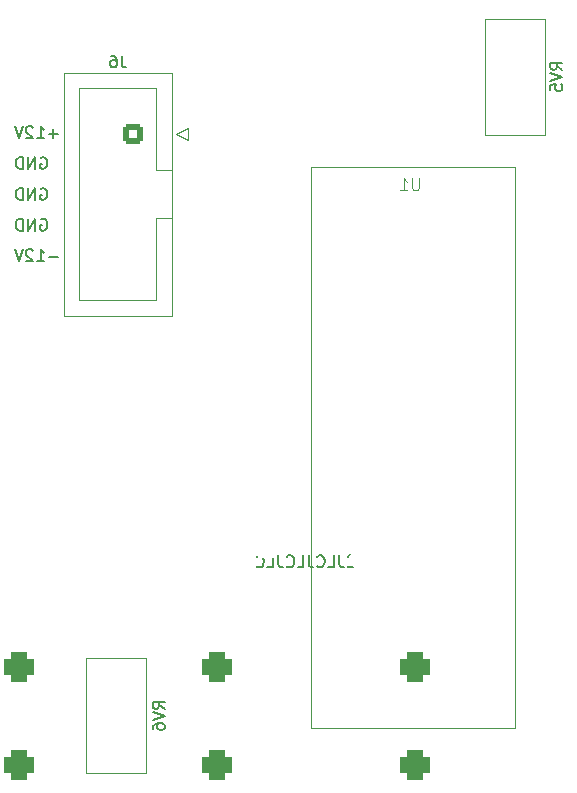
<source format=gbo>
G04 #@! TF.GenerationSoftware,KiCad,Pcbnew,7.0.7*
G04 #@! TF.CreationDate,2025-10-31T21:12:30+08:00*
G04 #@! TF.ProjectId,3340_VCO,33333430-5f56-4434-9f2e-6b696361645f,rev?*
G04 #@! TF.SameCoordinates,Original*
G04 #@! TF.FileFunction,Legend,Bot*
G04 #@! TF.FilePolarity,Positive*
%FSLAX46Y46*%
G04 Gerber Fmt 4.6, Leading zero omitted, Abs format (unit mm)*
G04 Created by KiCad (PCBNEW 7.0.7) date 2025-10-31 21:12:30*
%MOMM*%
%LPD*%
G01*
G04 APERTURE LIST*
G04 Aperture macros list*
%AMRoundRect*
0 Rectangle with rounded corners*
0 $1 Rounding radius*
0 $2 $3 $4 $5 $6 $7 $8 $9 X,Y pos of 4 corners*
0 Add a 4 corners polygon primitive as box body*
4,1,4,$2,$3,$4,$5,$6,$7,$8,$9,$2,$3,0*
0 Add four circle primitives for the rounded corners*
1,1,$1+$1,$2,$3*
1,1,$1+$1,$4,$5*
1,1,$1+$1,$6,$7*
1,1,$1+$1,$8,$9*
0 Add four rect primitives between the rounded corners*
20,1,$1+$1,$2,$3,$4,$5,0*
20,1,$1+$1,$4,$5,$6,$7,0*
20,1,$1+$1,$6,$7,$8,$9,0*
20,1,$1+$1,$8,$9,$2,$3,0*%
G04 Aperture macros list end*
%ADD10C,0.150000*%
%ADD11C,0.100000*%
%ADD12C,0.120000*%
%ADD13O,3.100000X2.300000*%
%ADD14RoundRect,0.650000X-0.650000X-0.650000X0.650000X-0.650000X0.650000X0.650000X-0.650000X0.650000X0*%
%ADD15C,2.600000*%
%ADD16R,1.750000X1.750000*%
%ADD17C,1.750000*%
%ADD18C,2.700000*%
%ADD19C,1.440000*%
%ADD20R,1.700000X1.700000*%
%ADD21C,1.700000*%
%ADD22RoundRect,0.250000X0.600000X0.600000X-0.600000X0.600000X-0.600000X-0.600000X0.600000X-0.600000X0*%
G04 APERTURE END LIST*
D10*
X76673030Y-80006938D02*
X76768268Y-79959319D01*
X76768268Y-79959319D02*
X76911125Y-79959319D01*
X76911125Y-79959319D02*
X77053982Y-80006938D01*
X77053982Y-80006938D02*
X77149220Y-80102176D01*
X77149220Y-80102176D02*
X77196839Y-80197414D01*
X77196839Y-80197414D02*
X77244458Y-80387890D01*
X77244458Y-80387890D02*
X77244458Y-80530747D01*
X77244458Y-80530747D02*
X77196839Y-80721223D01*
X77196839Y-80721223D02*
X77149220Y-80816461D01*
X77149220Y-80816461D02*
X77053982Y-80911700D01*
X77053982Y-80911700D02*
X76911125Y-80959319D01*
X76911125Y-80959319D02*
X76815887Y-80959319D01*
X76815887Y-80959319D02*
X76673030Y-80911700D01*
X76673030Y-80911700D02*
X76625411Y-80864080D01*
X76625411Y-80864080D02*
X76625411Y-80530747D01*
X76625411Y-80530747D02*
X76815887Y-80530747D01*
X76196839Y-80959319D02*
X76196839Y-79959319D01*
X76196839Y-79959319D02*
X75625411Y-80959319D01*
X75625411Y-80959319D02*
X75625411Y-79959319D01*
X75149220Y-80959319D02*
X75149220Y-79959319D01*
X75149220Y-79959319D02*
X74911125Y-79959319D01*
X74911125Y-79959319D02*
X74768268Y-80006938D01*
X74768268Y-80006938D02*
X74673030Y-80102176D01*
X74673030Y-80102176D02*
X74625411Y-80197414D01*
X74625411Y-80197414D02*
X74577792Y-80387890D01*
X74577792Y-80387890D02*
X74577792Y-80530747D01*
X74577792Y-80530747D02*
X74625411Y-80721223D01*
X74625411Y-80721223D02*
X74673030Y-80816461D01*
X74673030Y-80816461D02*
X74768268Y-80911700D01*
X74768268Y-80911700D02*
X74911125Y-80959319D01*
X74911125Y-80959319D02*
X75149220Y-80959319D01*
X78149220Y-88388866D02*
X77387316Y-88388866D01*
X76387316Y-88769819D02*
X76958744Y-88769819D01*
X76673030Y-88769819D02*
X76673030Y-87769819D01*
X76673030Y-87769819D02*
X76768268Y-87912676D01*
X76768268Y-87912676D02*
X76863506Y-88007914D01*
X76863506Y-88007914D02*
X76958744Y-88055533D01*
X76006363Y-87865057D02*
X75958744Y-87817438D01*
X75958744Y-87817438D02*
X75863506Y-87769819D01*
X75863506Y-87769819D02*
X75625411Y-87769819D01*
X75625411Y-87769819D02*
X75530173Y-87817438D01*
X75530173Y-87817438D02*
X75482554Y-87865057D01*
X75482554Y-87865057D02*
X75434935Y-87960295D01*
X75434935Y-87960295D02*
X75434935Y-88055533D01*
X75434935Y-88055533D02*
X75482554Y-88198390D01*
X75482554Y-88198390D02*
X76053982Y-88769819D01*
X76053982Y-88769819D02*
X75434935Y-88769819D01*
X75149220Y-87769819D02*
X74815887Y-88769819D01*
X74815887Y-88769819D02*
X74482554Y-87769819D01*
X78149220Y-77974866D02*
X77387316Y-77974866D01*
X77768268Y-78355819D02*
X77768268Y-77593914D01*
X76387316Y-78355819D02*
X76958744Y-78355819D01*
X76673030Y-78355819D02*
X76673030Y-77355819D01*
X76673030Y-77355819D02*
X76768268Y-77498676D01*
X76768268Y-77498676D02*
X76863506Y-77593914D01*
X76863506Y-77593914D02*
X76958744Y-77641533D01*
X76006363Y-77451057D02*
X75958744Y-77403438D01*
X75958744Y-77403438D02*
X75863506Y-77355819D01*
X75863506Y-77355819D02*
X75625411Y-77355819D01*
X75625411Y-77355819D02*
X75530173Y-77403438D01*
X75530173Y-77403438D02*
X75482554Y-77451057D01*
X75482554Y-77451057D02*
X75434935Y-77546295D01*
X75434935Y-77546295D02*
X75434935Y-77641533D01*
X75434935Y-77641533D02*
X75482554Y-77784390D01*
X75482554Y-77784390D02*
X76053982Y-78355819D01*
X76053982Y-78355819D02*
X75434935Y-78355819D01*
X75149220Y-77355819D02*
X74815887Y-78355819D01*
X74815887Y-78355819D02*
X74482554Y-77355819D01*
X76673030Y-85213938D02*
X76768268Y-85166319D01*
X76768268Y-85166319D02*
X76911125Y-85166319D01*
X76911125Y-85166319D02*
X77053982Y-85213938D01*
X77053982Y-85213938D02*
X77149220Y-85309176D01*
X77149220Y-85309176D02*
X77196839Y-85404414D01*
X77196839Y-85404414D02*
X77244458Y-85594890D01*
X77244458Y-85594890D02*
X77244458Y-85737747D01*
X77244458Y-85737747D02*
X77196839Y-85928223D01*
X77196839Y-85928223D02*
X77149220Y-86023461D01*
X77149220Y-86023461D02*
X77053982Y-86118700D01*
X77053982Y-86118700D02*
X76911125Y-86166319D01*
X76911125Y-86166319D02*
X76815887Y-86166319D01*
X76815887Y-86166319D02*
X76673030Y-86118700D01*
X76673030Y-86118700D02*
X76625411Y-86071080D01*
X76625411Y-86071080D02*
X76625411Y-85737747D01*
X76625411Y-85737747D02*
X76815887Y-85737747D01*
X76196839Y-86166319D02*
X76196839Y-85166319D01*
X76196839Y-85166319D02*
X75625411Y-86166319D01*
X75625411Y-86166319D02*
X75625411Y-85166319D01*
X75149220Y-86166319D02*
X75149220Y-85166319D01*
X75149220Y-85166319D02*
X74911125Y-85166319D01*
X74911125Y-85166319D02*
X74768268Y-85213938D01*
X74768268Y-85213938D02*
X74673030Y-85309176D01*
X74673030Y-85309176D02*
X74625411Y-85404414D01*
X74625411Y-85404414D02*
X74577792Y-85594890D01*
X74577792Y-85594890D02*
X74577792Y-85737747D01*
X74577792Y-85737747D02*
X74625411Y-85928223D01*
X74625411Y-85928223D02*
X74673030Y-86023461D01*
X74673030Y-86023461D02*
X74768268Y-86118700D01*
X74768268Y-86118700D02*
X74911125Y-86166319D01*
X74911125Y-86166319D02*
X75149220Y-86166319D01*
X104533506Y-113677819D02*
X104533506Y-114392104D01*
X104533506Y-114392104D02*
X104581125Y-114534961D01*
X104581125Y-114534961D02*
X104676363Y-114630200D01*
X104676363Y-114630200D02*
X104819220Y-114677819D01*
X104819220Y-114677819D02*
X104914458Y-114677819D01*
X103581125Y-114677819D02*
X104057315Y-114677819D01*
X104057315Y-114677819D02*
X104057315Y-113677819D01*
X102676363Y-114582580D02*
X102723982Y-114630200D01*
X102723982Y-114630200D02*
X102866839Y-114677819D01*
X102866839Y-114677819D02*
X102962077Y-114677819D01*
X102962077Y-114677819D02*
X103104934Y-114630200D01*
X103104934Y-114630200D02*
X103200172Y-114534961D01*
X103200172Y-114534961D02*
X103247791Y-114439723D01*
X103247791Y-114439723D02*
X103295410Y-114249247D01*
X103295410Y-114249247D02*
X103295410Y-114106390D01*
X103295410Y-114106390D02*
X103247791Y-113915914D01*
X103247791Y-113915914D02*
X103200172Y-113820676D01*
X103200172Y-113820676D02*
X103104934Y-113725438D01*
X103104934Y-113725438D02*
X102962077Y-113677819D01*
X102962077Y-113677819D02*
X102866839Y-113677819D01*
X102866839Y-113677819D02*
X102723982Y-113725438D01*
X102723982Y-113725438D02*
X102676363Y-113773057D01*
X101962077Y-113677819D02*
X101962077Y-114392104D01*
X101962077Y-114392104D02*
X102009696Y-114534961D01*
X102009696Y-114534961D02*
X102104934Y-114630200D01*
X102104934Y-114630200D02*
X102247791Y-114677819D01*
X102247791Y-114677819D02*
X102343029Y-114677819D01*
X101009696Y-114677819D02*
X101485886Y-114677819D01*
X101485886Y-114677819D02*
X101485886Y-113677819D01*
X100104934Y-114582580D02*
X100152553Y-114630200D01*
X100152553Y-114630200D02*
X100295410Y-114677819D01*
X100295410Y-114677819D02*
X100390648Y-114677819D01*
X100390648Y-114677819D02*
X100533505Y-114630200D01*
X100533505Y-114630200D02*
X100628743Y-114534961D01*
X100628743Y-114534961D02*
X100676362Y-114439723D01*
X100676362Y-114439723D02*
X100723981Y-114249247D01*
X100723981Y-114249247D02*
X100723981Y-114106390D01*
X100723981Y-114106390D02*
X100676362Y-113915914D01*
X100676362Y-113915914D02*
X100628743Y-113820676D01*
X100628743Y-113820676D02*
X100533505Y-113725438D01*
X100533505Y-113725438D02*
X100390648Y-113677819D01*
X100390648Y-113677819D02*
X100295410Y-113677819D01*
X100295410Y-113677819D02*
X100152553Y-113725438D01*
X100152553Y-113725438D02*
X100104934Y-113773057D01*
X99390648Y-113677819D02*
X99390648Y-114392104D01*
X99390648Y-114392104D02*
X99438267Y-114534961D01*
X99438267Y-114534961D02*
X99533505Y-114630200D01*
X99533505Y-114630200D02*
X99676362Y-114677819D01*
X99676362Y-114677819D02*
X99771600Y-114677819D01*
X98438267Y-114677819D02*
X98914457Y-114677819D01*
X98914457Y-114677819D02*
X98914457Y-113677819D01*
X97533505Y-114582580D02*
X97581124Y-114630200D01*
X97581124Y-114630200D02*
X97723981Y-114677819D01*
X97723981Y-114677819D02*
X97819219Y-114677819D01*
X97819219Y-114677819D02*
X97962076Y-114630200D01*
X97962076Y-114630200D02*
X98057314Y-114534961D01*
X98057314Y-114534961D02*
X98104933Y-114439723D01*
X98104933Y-114439723D02*
X98152552Y-114249247D01*
X98152552Y-114249247D02*
X98152552Y-114106390D01*
X98152552Y-114106390D02*
X98104933Y-113915914D01*
X98104933Y-113915914D02*
X98057314Y-113820676D01*
X98057314Y-113820676D02*
X97962076Y-113725438D01*
X97962076Y-113725438D02*
X97819219Y-113677819D01*
X97819219Y-113677819D02*
X97723981Y-113677819D01*
X97723981Y-113677819D02*
X97581124Y-113725438D01*
X97581124Y-113725438D02*
X97533505Y-113773057D01*
X96819219Y-113677819D02*
X96819219Y-114392104D01*
X96819219Y-114392104D02*
X96866838Y-114534961D01*
X96866838Y-114534961D02*
X96962076Y-114630200D01*
X96962076Y-114630200D02*
X97104933Y-114677819D01*
X97104933Y-114677819D02*
X97200171Y-114677819D01*
X95866838Y-114677819D02*
X96343028Y-114677819D01*
X96343028Y-114677819D02*
X96343028Y-113677819D01*
X94962076Y-114582580D02*
X95009695Y-114630200D01*
X95009695Y-114630200D02*
X95152552Y-114677819D01*
X95152552Y-114677819D02*
X95247790Y-114677819D01*
X95247790Y-114677819D02*
X95390647Y-114630200D01*
X95390647Y-114630200D02*
X95485885Y-114534961D01*
X95485885Y-114534961D02*
X95533504Y-114439723D01*
X95533504Y-114439723D02*
X95581123Y-114249247D01*
X95581123Y-114249247D02*
X95581123Y-114106390D01*
X95581123Y-114106390D02*
X95533504Y-113915914D01*
X95533504Y-113915914D02*
X95485885Y-113820676D01*
X95485885Y-113820676D02*
X95390647Y-113725438D01*
X95390647Y-113725438D02*
X95247790Y-113677819D01*
X95247790Y-113677819D02*
X95152552Y-113677819D01*
X95152552Y-113677819D02*
X95009695Y-113725438D01*
X95009695Y-113725438D02*
X94962076Y-113773057D01*
X76673030Y-82610438D02*
X76768268Y-82562819D01*
X76768268Y-82562819D02*
X76911125Y-82562819D01*
X76911125Y-82562819D02*
X77053982Y-82610438D01*
X77053982Y-82610438D02*
X77149220Y-82705676D01*
X77149220Y-82705676D02*
X77196839Y-82800914D01*
X77196839Y-82800914D02*
X77244458Y-82991390D01*
X77244458Y-82991390D02*
X77244458Y-83134247D01*
X77244458Y-83134247D02*
X77196839Y-83324723D01*
X77196839Y-83324723D02*
X77149220Y-83419961D01*
X77149220Y-83419961D02*
X77053982Y-83515200D01*
X77053982Y-83515200D02*
X76911125Y-83562819D01*
X76911125Y-83562819D02*
X76815887Y-83562819D01*
X76815887Y-83562819D02*
X76673030Y-83515200D01*
X76673030Y-83515200D02*
X76625411Y-83467580D01*
X76625411Y-83467580D02*
X76625411Y-83134247D01*
X76625411Y-83134247D02*
X76815887Y-83134247D01*
X76196839Y-83562819D02*
X76196839Y-82562819D01*
X76196839Y-82562819D02*
X75625411Y-83562819D01*
X75625411Y-83562819D02*
X75625411Y-82562819D01*
X75149220Y-83562819D02*
X75149220Y-82562819D01*
X75149220Y-82562819D02*
X74911125Y-82562819D01*
X74911125Y-82562819D02*
X74768268Y-82610438D01*
X74768268Y-82610438D02*
X74673030Y-82705676D01*
X74673030Y-82705676D02*
X74625411Y-82800914D01*
X74625411Y-82800914D02*
X74577792Y-82991390D01*
X74577792Y-82991390D02*
X74577792Y-83134247D01*
X74577792Y-83134247D02*
X74625411Y-83324723D01*
X74625411Y-83324723D02*
X74673030Y-83419961D01*
X74673030Y-83419961D02*
X74768268Y-83515200D01*
X74768268Y-83515200D02*
X74911125Y-83562819D01*
X74911125Y-83562819D02*
X75149220Y-83562819D01*
X120850819Y-72546761D02*
X120374628Y-72213428D01*
X120850819Y-71975333D02*
X119850819Y-71975333D01*
X119850819Y-71975333D02*
X119850819Y-72356285D01*
X119850819Y-72356285D02*
X119898438Y-72451523D01*
X119898438Y-72451523D02*
X119946057Y-72499142D01*
X119946057Y-72499142D02*
X120041295Y-72546761D01*
X120041295Y-72546761D02*
X120184152Y-72546761D01*
X120184152Y-72546761D02*
X120279390Y-72499142D01*
X120279390Y-72499142D02*
X120327009Y-72451523D01*
X120327009Y-72451523D02*
X120374628Y-72356285D01*
X120374628Y-72356285D02*
X120374628Y-71975333D01*
X119850819Y-72832476D02*
X120850819Y-73165809D01*
X120850819Y-73165809D02*
X119850819Y-73499142D01*
X119850819Y-74308666D02*
X119850819Y-73832476D01*
X119850819Y-73832476D02*
X120327009Y-73784857D01*
X120327009Y-73784857D02*
X120279390Y-73832476D01*
X120279390Y-73832476D02*
X120231771Y-73927714D01*
X120231771Y-73927714D02*
X120231771Y-74165809D01*
X120231771Y-74165809D02*
X120279390Y-74261047D01*
X120279390Y-74261047D02*
X120327009Y-74308666D01*
X120327009Y-74308666D02*
X120422247Y-74356285D01*
X120422247Y-74356285D02*
X120660342Y-74356285D01*
X120660342Y-74356285D02*
X120755580Y-74308666D01*
X120755580Y-74308666D02*
X120803200Y-74261047D01*
X120803200Y-74261047D02*
X120850819Y-74165809D01*
X120850819Y-74165809D02*
X120850819Y-73927714D01*
X120850819Y-73927714D02*
X120803200Y-73832476D01*
X120803200Y-73832476D02*
X120755580Y-73784857D01*
D11*
X108711904Y-81753419D02*
X108711904Y-82562942D01*
X108711904Y-82562942D02*
X108664285Y-82658180D01*
X108664285Y-82658180D02*
X108616666Y-82705800D01*
X108616666Y-82705800D02*
X108521428Y-82753419D01*
X108521428Y-82753419D02*
X108330952Y-82753419D01*
X108330952Y-82753419D02*
X108235714Y-82705800D01*
X108235714Y-82705800D02*
X108188095Y-82658180D01*
X108188095Y-82658180D02*
X108140476Y-82562942D01*
X108140476Y-82562942D02*
X108140476Y-81753419D01*
X107140476Y-82753419D02*
X107711904Y-82753419D01*
X107426190Y-82753419D02*
X107426190Y-81753419D01*
X107426190Y-81753419D02*
X107521428Y-81896276D01*
X107521428Y-81896276D02*
X107616666Y-81991514D01*
X107616666Y-81991514D02*
X107711904Y-82039133D01*
D10*
X87177819Y-126648761D02*
X86701628Y-126315428D01*
X87177819Y-126077333D02*
X86177819Y-126077333D01*
X86177819Y-126077333D02*
X86177819Y-126458285D01*
X86177819Y-126458285D02*
X86225438Y-126553523D01*
X86225438Y-126553523D02*
X86273057Y-126601142D01*
X86273057Y-126601142D02*
X86368295Y-126648761D01*
X86368295Y-126648761D02*
X86511152Y-126648761D01*
X86511152Y-126648761D02*
X86606390Y-126601142D01*
X86606390Y-126601142D02*
X86654009Y-126553523D01*
X86654009Y-126553523D02*
X86701628Y-126458285D01*
X86701628Y-126458285D02*
X86701628Y-126077333D01*
X86177819Y-126934476D02*
X87177819Y-127267809D01*
X87177819Y-127267809D02*
X86177819Y-127601142D01*
X86177819Y-128363047D02*
X86177819Y-128172571D01*
X86177819Y-128172571D02*
X86225438Y-128077333D01*
X86225438Y-128077333D02*
X86273057Y-128029714D01*
X86273057Y-128029714D02*
X86415914Y-127934476D01*
X86415914Y-127934476D02*
X86606390Y-127886857D01*
X86606390Y-127886857D02*
X86987342Y-127886857D01*
X86987342Y-127886857D02*
X87082580Y-127934476D01*
X87082580Y-127934476D02*
X87130200Y-127982095D01*
X87130200Y-127982095D02*
X87177819Y-128077333D01*
X87177819Y-128077333D02*
X87177819Y-128267809D01*
X87177819Y-128267809D02*
X87130200Y-128363047D01*
X87130200Y-128363047D02*
X87082580Y-128410666D01*
X87082580Y-128410666D02*
X86987342Y-128458285D01*
X86987342Y-128458285D02*
X86749247Y-128458285D01*
X86749247Y-128458285D02*
X86654009Y-128410666D01*
X86654009Y-128410666D02*
X86606390Y-128363047D01*
X86606390Y-128363047D02*
X86558771Y-128267809D01*
X86558771Y-128267809D02*
X86558771Y-128077333D01*
X86558771Y-128077333D02*
X86606390Y-127982095D01*
X86606390Y-127982095D02*
X86654009Y-127934476D01*
X86654009Y-127934476D02*
X86749247Y-127886857D01*
X83553333Y-71354819D02*
X83553333Y-72069104D01*
X83553333Y-72069104D02*
X83600952Y-72211961D01*
X83600952Y-72211961D02*
X83696190Y-72307200D01*
X83696190Y-72307200D02*
X83839047Y-72354819D01*
X83839047Y-72354819D02*
X83934285Y-72354819D01*
X82648571Y-71354819D02*
X82839047Y-71354819D01*
X82839047Y-71354819D02*
X82934285Y-71402438D01*
X82934285Y-71402438D02*
X82981904Y-71450057D01*
X82981904Y-71450057D02*
X83077142Y-71592914D01*
X83077142Y-71592914D02*
X83124761Y-71783390D01*
X83124761Y-71783390D02*
X83124761Y-72164342D01*
X83124761Y-72164342D02*
X83077142Y-72259580D01*
X83077142Y-72259580D02*
X83029523Y-72307200D01*
X83029523Y-72307200D02*
X82934285Y-72354819D01*
X82934285Y-72354819D02*
X82743809Y-72354819D01*
X82743809Y-72354819D02*
X82648571Y-72307200D01*
X82648571Y-72307200D02*
X82600952Y-72259580D01*
X82600952Y-72259580D02*
X82553333Y-72164342D01*
X82553333Y-72164342D02*
X82553333Y-71926247D01*
X82553333Y-71926247D02*
X82600952Y-71831009D01*
X82600952Y-71831009D02*
X82648571Y-71783390D01*
X82648571Y-71783390D02*
X82743809Y-71735771D01*
X82743809Y-71735771D02*
X82934285Y-71735771D01*
X82934285Y-71735771D02*
X83029523Y-71783390D01*
X83029523Y-71783390D02*
X83077142Y-71831009D01*
X83077142Y-71831009D02*
X83124761Y-71926247D01*
D12*
X119380000Y-68267000D02*
X119380000Y-78037000D01*
X114310000Y-68267000D02*
X119380000Y-68267000D01*
X114310000Y-68267000D02*
X114310000Y-78037000D01*
X114310000Y-78037000D02*
X119380000Y-78037000D01*
D11*
X116840000Y-80772000D02*
X99568000Y-80772000D01*
X99568000Y-80772000D02*
X99568000Y-128270000D01*
X99568000Y-128270000D02*
X116840000Y-128270000D01*
X116840000Y-128270000D02*
X116840000Y-80772000D01*
D12*
X80523000Y-132129000D02*
X80523000Y-122359000D01*
X85593000Y-132129000D02*
X80523000Y-132129000D01*
X85593000Y-132129000D02*
X85593000Y-122359000D01*
X85593000Y-122359000D02*
X80523000Y-122359000D01*
X89170000Y-78500000D02*
X88170000Y-78000000D01*
X89170000Y-77500000D02*
X89170000Y-78500000D01*
X88170000Y-78000000D02*
X89170000Y-77500000D01*
X87780000Y-93370000D02*
X87780000Y-72790000D01*
X87780000Y-81030000D02*
X86470000Y-81030000D01*
X87780000Y-72790000D02*
X78660000Y-72790000D01*
X86470000Y-92070000D02*
X86470000Y-85130000D01*
X86470000Y-85130000D02*
X87780000Y-85130000D01*
X86470000Y-85130000D02*
X86470000Y-85130000D01*
X86470000Y-81030000D02*
X86470000Y-74090000D01*
X86470000Y-74090000D02*
X79970000Y-74090000D01*
X79970000Y-92070000D02*
X86470000Y-92070000D01*
X79970000Y-74090000D02*
X79970000Y-92070000D01*
X78660000Y-93370000D02*
X87780000Y-93370000D01*
X78660000Y-72790000D02*
X78660000Y-93370000D01*
%LPC*%
D13*
X108390000Y-150480000D03*
D14*
X108390000Y-139080000D03*
X108390000Y-147380000D03*
D13*
X74830000Y-150480000D03*
D14*
X74830000Y-139080000D03*
X74830000Y-147380000D03*
D15*
X112080000Y-49500000D03*
X116780000Y-49500000D03*
X121480000Y-49500000D03*
D16*
X126920000Y-59500000D03*
D17*
X123420000Y-59500000D03*
X126920000Y-118000000D03*
D18*
X120970000Y-63650000D03*
X129370000Y-64850000D03*
X129370000Y-112650000D03*
X120970000Y-113850000D03*
D13*
X125170000Y-134480000D03*
D14*
X125170000Y-123080000D03*
X125170000Y-131380000D03*
D16*
X76580000Y-59500000D03*
D17*
X73080000Y-59500000D03*
X76580000Y-118000000D03*
D18*
X70630000Y-63650000D03*
X79030000Y-64850000D03*
X79030000Y-112650000D03*
X70630000Y-113850000D03*
D15*
X78520000Y-49500000D03*
X83220000Y-49500000D03*
X87920000Y-49500000D03*
D13*
X91610000Y-150480000D03*
D14*
X91610000Y-139080000D03*
X91610000Y-147380000D03*
D13*
X125170000Y-150480000D03*
D14*
X125170000Y-139080000D03*
X125170000Y-147380000D03*
D16*
X93360000Y-59500000D03*
D17*
X89860000Y-59500000D03*
X93360000Y-118000000D03*
D18*
X87410000Y-63650000D03*
X95810000Y-64850000D03*
X95810000Y-112650000D03*
X87410000Y-113850000D03*
D16*
X110140000Y-59500000D03*
D17*
X106640000Y-59500000D03*
X110140000Y-118000000D03*
D18*
X104190000Y-63650000D03*
X112590000Y-64850000D03*
X112590000Y-112650000D03*
X104190000Y-113850000D03*
D13*
X108390000Y-134480000D03*
D14*
X108390000Y-123080000D03*
X108390000Y-131380000D03*
D13*
X74830000Y-134480000D03*
D14*
X74830000Y-123080000D03*
X74830000Y-131380000D03*
D13*
X91610000Y-134480000D03*
D14*
X91610000Y-123080000D03*
X91610000Y-131380000D03*
D19*
X115570000Y-75692000D03*
X118110000Y-73152000D03*
X115570000Y-70612000D03*
D20*
X115824000Y-81788000D03*
D21*
X115824000Y-84328000D03*
X115824000Y-86868000D03*
X115824000Y-89408000D03*
X115824000Y-91948000D03*
X115824000Y-94488000D03*
X115824000Y-97028000D03*
X115824000Y-99568000D03*
X115824000Y-102108000D03*
X115824000Y-104648000D03*
X100584000Y-104648000D03*
X100584000Y-102108000D03*
X100584000Y-99568000D03*
X100584000Y-97028000D03*
X100584000Y-94488000D03*
X100584000Y-91948000D03*
X100584000Y-89408000D03*
X100584000Y-86868000D03*
X100584000Y-84328000D03*
X100584000Y-81788000D03*
D19*
X84333000Y-124704000D03*
X81793000Y-127244000D03*
X84333000Y-129784000D03*
D22*
X84490000Y-78000000D03*
D21*
X81950000Y-78000000D03*
X84490000Y-80540000D03*
X81950000Y-80540000D03*
X84490000Y-83080000D03*
X81950000Y-83080000D03*
X84490000Y-85620000D03*
X81950000Y-85620000D03*
X84490000Y-88160000D03*
X81950000Y-88160000D03*
%LPD*%
M02*

</source>
